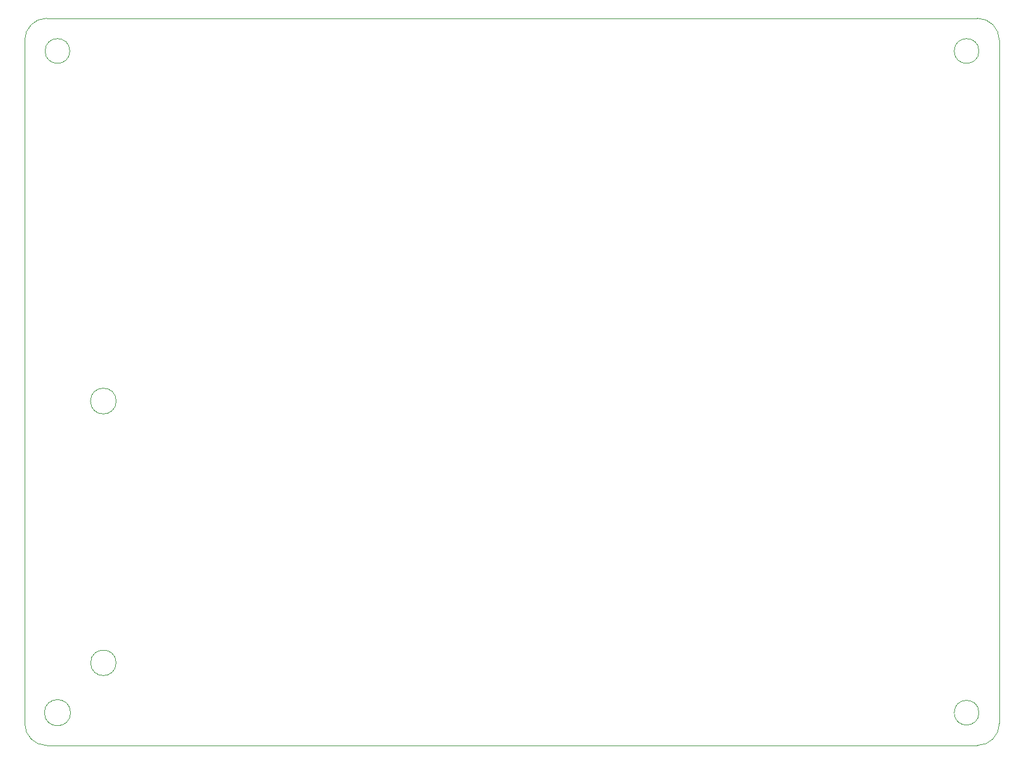
<source format=gbr>
%TF.GenerationSoftware,KiCad,Pcbnew,8.0.5*%
%TF.CreationDate,2024-09-29T23:22:26+09:00*%
%TF.ProjectId,MCU_Unit,4d43555f-556e-4697-942e-6b696361645f,rev?*%
%TF.SameCoordinates,Original*%
%TF.FileFunction,Profile,NP*%
%FSLAX46Y46*%
G04 Gerber Fmt 4.6, Leading zero omitted, Abs format (unit mm)*
G04 Created by KiCad (PCBNEW 8.0.5) date 2024-09-29 23:22:26*
%MOMM*%
%LPD*%
G01*
G04 APERTURE LIST*
%TA.AperFunction,Profile*%
%ADD10C,0.100000*%
%TD*%
G04 APERTURE END LIST*
D10*
X161000000Y-40000000D02*
X33000000Y-40000000D01*
X164000000Y-137000000D02*
X164000000Y-43000000D01*
X33003232Y-140003232D02*
X161000000Y-140000000D01*
X30000000Y-43000000D02*
X30000000Y-137000000D01*
X164000000Y-137000000D02*
G75*
G02*
X161000000Y-140000000I-3000000J0D01*
G01*
X161200000Y-135500000D02*
G75*
G02*
X157800000Y-135500000I-1700000J0D01*
G01*
X157800000Y-135500000D02*
G75*
G02*
X161200000Y-135500000I1700000J0D01*
G01*
X161000000Y-40000000D02*
G75*
G02*
X164000000Y-43000000I0J-3000000D01*
G01*
X161200000Y-44500000D02*
G75*
G02*
X157800000Y-44500000I-1700000J0D01*
G01*
X157800000Y-44500000D02*
G75*
G02*
X161200000Y-44500000I1700000J0D01*
G01*
X30000000Y-43000000D02*
G75*
G02*
X33000000Y-40000000I3000000J0D01*
G01*
X36200000Y-44500000D02*
G75*
G02*
X32800000Y-44500000I-1700000J0D01*
G01*
X32800000Y-44500000D02*
G75*
G02*
X36200000Y-44500000I1700000J0D01*
G01*
X33003232Y-140003232D02*
G75*
G02*
X30000000Y-137000000I0J3003232D01*
G01*
X36296768Y-135500000D02*
G75*
G02*
X32703232Y-135500000I-1796768J0D01*
G01*
X32703232Y-135500000D02*
G75*
G02*
X36296768Y-135500000I1796768J0D01*
G01*
X42570000Y-92640000D02*
G75*
G02*
X39030000Y-92640000I-1770000J0D01*
G01*
X39030000Y-92640000D02*
G75*
G02*
X42570000Y-92640000I1770000J0D01*
G01*
X42560000Y-128640000D02*
G75*
G02*
X39060000Y-128640000I-1750000J0D01*
G01*
X39060000Y-128640000D02*
G75*
G02*
X42560000Y-128640000I1750000J0D01*
G01*
M02*

</source>
